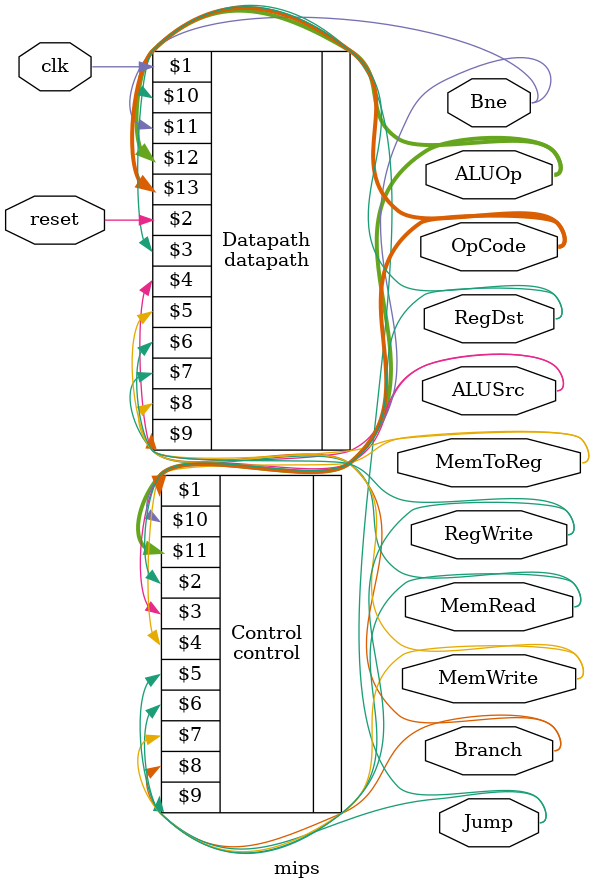
<source format=v>
module mips(clk, reset,OpCode,ALUOp,RegDst,ALUSrc,MemToReg,RegWrite,MemRead,MemWrite,Branch,Jump,Bne);
//main cpu module

input clk;
input reset;

output [5:0] OpCode;

output [1:0] ALUOp;

output RegDst;
output ALUSrc;
output MemToReg;
output RegWrite;
output MemRead;
output MemWrite;
output Branch;
output Jump;
output Bne;

datapath Datapath(clk,reset,RegDst,ALUSrc,MemToReg,RegWrite,MemRead,MemWrite,Branch,Jump,Bne,ALUOp,OpCode);

control Control(OpCode,RegDst,ALUSrc,MemToReg,RegWrite,MemRead,MemWrite,Branch,Jump,Bne,ALUOp); 

endmodule

</source>
